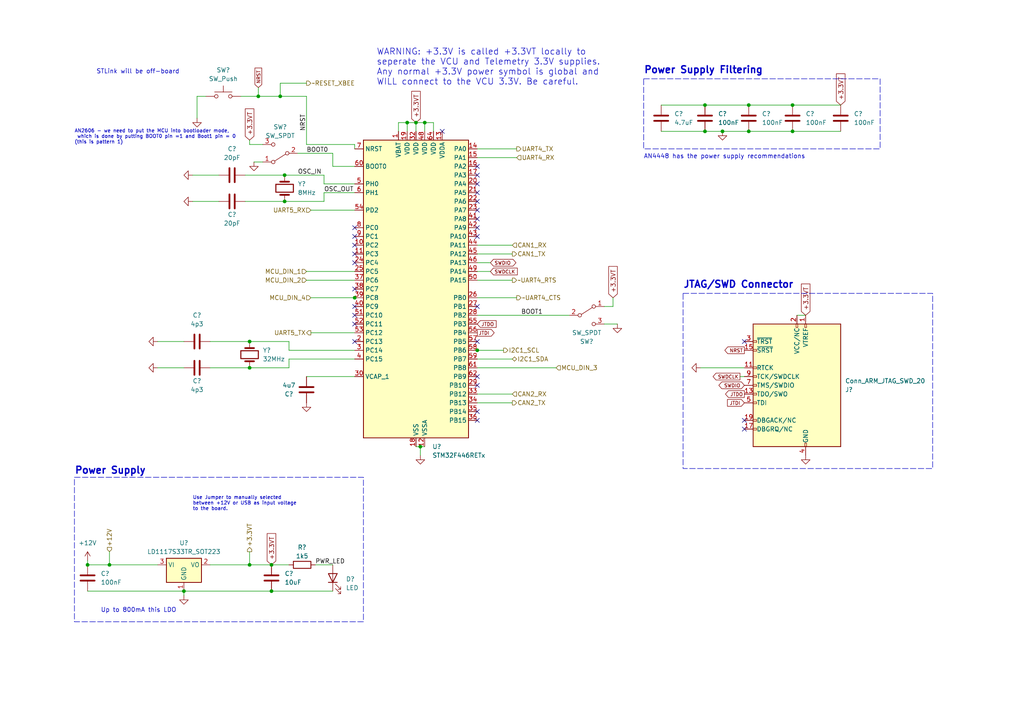
<source format=kicad_sch>
(kicad_sch (version 20230121) (generator eeschema)
  (paper "A4")
  (title_block (title "On-Car Telemetry") (date "2023-04-04") (rev "1.0.0") (company "SUFST - Southampton University Formula Student Team") (comment 1 "STAG 9") (comment 2 "Esteban Norena, Tim Brewis") (comment 3 "Tim Brewis"))
  (lib_symbols
    (symbol "Connector:Conn_ARM_JTAG_SWD_20" (pin_names (offset 1.016))
      (property "Reference" "J" (at -5.08 21.59 0))
      (property "Value" "Conn_ARM_JTAG_SWD_20" (at -5.08 19.05 0))
      (symbol "Conn_ARM_JTAG_SWD_20_0_1"
        (rectangle (start -12.7 17.78) (end 12.7 -17.78) (stroke (width 0.254)) (fill (type background)))
        (rectangle (start -2.794 -17.78) (end -2.286 -16.764))
        (rectangle (start -2.794 17.78) (end -2.286 16.764))
        (rectangle (start -0.254 17.78) (end 0.254 16.764))
        (rectangle (start 11.684 2.286) (end 12.7 2.794))
        (rectangle (start 12.7 -12.446) (end 11.684 -12.954))
        (rectangle (start 12.7 -9.906) (end 11.684 -10.414))
        (rectangle (start 12.7 -2.794) (end 11.684 -2.286))
        (rectangle (start 12.7 -0.254) (end 11.684 0.254))
        (rectangle (start 12.7 4.826) (end 11.684 5.334))
        (rectangle (start 12.7 10.414) (end 11.684 9.906))
        (rectangle (start 12.7 12.954) (end 11.684 12.446))
      )
      (symbol "Conn_ARM_JTAG_SWD_20_1_1"
        (rectangle (start 11.684 -5.334) (end 12.7 -4.826))
        (pin power_in line (at -2.54 20.32 270) (length 2.54) (name "VTREF") (number "1"))
        (pin passive line (at -2.54 -20.32 90) (length 2.54) hide (name "GND") (number "10"))
        (pin input line (at 15.24 5.08 180) (length 2.54) (name "RTCK") (number "11"))
        (pin passive line (at -2.54 -20.32 90) (length 2.54) hide (name "GND") (number "12"))
        (pin input line (at 15.24 -2.54 180) (length 2.54) (name "TDO/SWO") (number "13"))
        (pin passive line (at -2.54 -20.32 90) (length 2.54) hide (name "GND") (number "14"))
        (pin bidirectional line (at 15.24 10.16 180) (length 2.54) (name "~{SRST}") (number "15"))
        (pin passive line (at -2.54 -20.32 90) (length 2.54) hide (name "GND") (number "16"))
        (pin output line (at 15.24 -12.7 180) (length 2.54) (name "DBGRQ/NC") (number "17"))
        (pin passive line (at -2.54 -20.32 90) (length 2.54) hide (name "GND") (number "18"))
        (pin input line (at 15.24 -10.16 180) (length 2.54) (name "DBGACK/NC") (number "19"))
        (pin power_in line (at 0 20.32 270) (length 2.54) (name "VCC/NC") (number "2"))
        (pin passive line (at -2.54 -20.32 90) (length 2.54) hide (name "GND") (number "20"))
        (pin output line (at 15.24 12.7 180) (length 2.54) (name "~{TRST}") (number "3"))
        (pin power_in line (at -2.54 -20.32 90) (length 2.54) (name "GND") (number "4"))
        (pin output line (at 15.24 -5.08 180) (length 2.54) (name "TDI") (number "5"))
        (pin passive line (at -2.54 -20.32 90) (length 2.54) hide (name "GND") (number "6"))
        (pin output line (at 15.24 0 180) (length 2.54) (name "TMS/SWDIO") (number "7"))
        (pin passive line (at -2.54 -20.32 90) (length 2.54) hide (name "GND") (number "8"))
        (pin output line (at 15.24 2.54 180) (length 2.54) (name "TCK/SWDCLK") (number "9"))
      )
    )
    (symbol "Device:C" (pin_numbers hide) (pin_names (offset 0.254))
      (property "Reference" "C" (at 0.635 2.54 0))
      (property "Value" "C" (at 0.635 -2.54 0))
      (symbol "C_0_1"
        (polyline (pts (xy -2.032 -0.762) (xy 2.032 -0.762)) (stroke (width 0.508)))
        (polyline (pts (xy -2.032 0.762) (xy 2.032 0.762)) (stroke (width 0.508)))
      )
      (symbol "C_1_1"
        (pin passive line (at 0 3.81 270) (length 2.794) (name "~") (number "1"))
        (pin passive line (at 0 -3.81 90) (length 2.794) (name "~") (number "2"))
      )
    )
    (symbol "Device:Crystal" (pin_numbers hide) (pin_names (offset 1.016) hide)
      (property "Reference" "Y" (at 0 3.81 0))
      (property "Value" "Crystal" (at 0 -3.81 0))
      (symbol "Crystal_0_1"
        (rectangle (start -1.143 2.54) (end 1.143 -2.54) (stroke (width 0.3048)))
        (polyline (pts (xy -2.54 0) (xy -1.905 0)))
        (polyline (pts (xy -1.905 -1.27) (xy -1.905 1.27)) (stroke (width 0.508)))
        (polyline (pts (xy 1.905 -1.27) (xy 1.905 1.27)) (stroke (width 0.508)))
        (polyline (pts (xy 2.54 0) (xy 1.905 0)))
      )
      (symbol "Crystal_1_1"
        (pin passive line (at -3.81 0 0) (length 1.27) (name "1") (number "1"))
        (pin passive line (at 3.81 0 180) (length 1.27) (name "2") (number "2"))
      )
    )
    (symbol "Device:LED" (pin_numbers hide) (pin_names (offset 1.016) hide)
      (property "Reference" "D" (at 0 2.54 0))
      (property "Value" "LED" (at 0 -2.54 0))
      (symbol "LED_0_1"
        (polyline (pts (xy -1.27 -1.27) (xy -1.27 1.27)) (stroke (width 0.254)))
        (polyline (pts (xy -1.27 0) (xy 1.27 0)))
        (polyline (pts (xy 1.27 -1.27) (xy 1.27 1.27) (xy -1.27 0) (xy 1.27 -1.27)) (stroke (width 0.254)))
        (polyline (pts (xy -3.048 -0.762) (xy -4.572 -2.286) (xy -3.81 -2.286) (xy -4.572 -2.286) (xy -4.572 -1.524)))
        (polyline (pts (xy -1.778 -0.762) (xy -3.302 -2.286) (xy -2.54 -2.286) (xy -3.302 -2.286) (xy -3.302 -1.524)))
      )
      (symbol "LED_1_1"
        (pin passive line (at -3.81 0 0) (length 2.54) (name "K") (number "1"))
        (pin passive line (at 3.81 0 180) (length 2.54) (name "A") (number "2"))
      )
    )
    (symbol "Device:R" (pin_numbers hide) (pin_names (offset 0))
      (property "Reference" "R" (at 2.032 0 90))
      (property "Value" "R" (at 0 0 90))
      (symbol "R_0_1"
        (rectangle (start -1.016 -2.54) (end 1.016 2.54) (stroke (width 0.254)))
      )
      (symbol "R_1_1"
        (pin passive line (at 0 3.81 270) (length 1.27) (name "~") (number "1"))
        (pin passive line (at 0 -3.81 90) (length 1.27) (name "~") (number "2"))
      )
    )
    (symbol "MCU_ST_STM32F4:STM32F446RETx"
      (property "Reference" "U" (at -15.24 44.45 0))
      (property "Value" "STM32F446RETx" (at 10.16 44.45 0))
      (symbol "STM32F446RETx_0_1"
        (rectangle (start -15.24 -43.18) (end 15.24 43.18) (stroke (width 0.254)) (fill (type background)))
      )
      (symbol "STM32F446RETx_1_1"
        (pin power_in line (at -5.08 45.72 270) (length 2.54) (name "VBAT") (number "1"))
        (pin bidirectional line (at -17.78 12.7 0) (length 2.54) (name "PC2") (number "10"))
        (pin bidirectional line (at -17.78 10.16 0) (length 2.54) (name "PC3") (number "11"))
        (pin power_in line (at 2.54 -45.72 90) (length 2.54) (name "VSSA") (number "12"))
        (pin power_in line (at 7.62 45.72 270) (length 2.54) (name "VDDA") (number "13"))
        (pin bidirectional line (at 17.78 40.64 180) (length 2.54) (name "PA0") (number "14"))
        (pin bidirectional line (at 17.78 38.1 180) (length 2.54) (name "PA1") (number "15"))
        (pin bidirectional line (at 17.78 35.56 180) (length 2.54) (name "PA2") (number "16"))
        (pin bidirectional line (at 17.78 33.02 180) (length 2.54) (name "PA3") (number "17"))
        (pin power_in line (at 0 -45.72 90) (length 2.54) (name "VSS") (number "18"))
        (pin power_in line (at -2.54 45.72 270) (length 2.54) (name "VDD") (number "19"))
        (pin bidirectional line (at -17.78 -15.24 0) (length 2.54) (name "PC13") (number "2"))
        (pin bidirectional line (at 17.78 30.48 180) (length 2.54) (name "PA4") (number "20"))
        (pin bidirectional line (at 17.78 27.94 180) (length 2.54) (name "PA5") (number "21"))
        (pin bidirectional line (at 17.78 25.4 180) (length 2.54) (name "PA6") (number "22"))
        (pin bidirectional line (at 17.78 22.86 180) (length 2.54) (name "PA7") (number "23"))
        (pin bidirectional line (at -17.78 7.62 0) (length 2.54) (name "PC4") (number "24"))
        (pin bidirectional line (at -17.78 5.08 0) (length 2.54) (name "PC5") (number "25"))
        (pin bidirectional line (at 17.78 -2.54 180) (length 2.54) (name "PB0") (number "26"))
        (pin bidirectional line (at 17.78 -5.08 180) (length 2.54) (name "PB1") (number "27"))
        (pin bidirectional line (at 17.78 -7.62 180) (length 2.54) (name "PB2") (number "28"))
        (pin bidirectional line (at 17.78 -27.94 180) (length 2.54) (name "PB10") (number "29"))
        (pin bidirectional line (at -17.78 -17.78 0) (length 2.54) (name "PC14") (number "3"))
        (pin power_out line (at -17.78 -25.4 0) (length 2.54) (name "VCAP_1") (number "30"))
        (pin passive line (at 0 -45.72 90) (length 2.54) hide (name "VSS") (number "31"))
        (pin power_in line (at 0 45.72 270) (length 2.54) (name "VDD") (number "32"))
        (pin bidirectional line (at 17.78 -30.48 180) (length 2.54) (name "PB12") (number "33"))
        (pin bidirectional line (at 17.78 -33.02 180) (length 2.54) (name "PB13") (number "34"))
        (pin bidirectional line (at 17.78 -35.56 180) (length 2.54) (name "PB14") (number "35"))
        (pin bidirectional line (at 17.78 -38.1 180) (length 2.54) (name "PB15") (number "36"))
        (pin bidirectional line (at -17.78 2.54 0) (length 2.54) (name "PC6") (number "37"))
        (pin bidirectional line (at -17.78 0 0) (length 2.54) (name "PC7") (number "38"))
        (pin bidirectional line (at -17.78 -2.54 0) (length 2.54) (name "PC8") (number "39"))
        (pin bidirectional line (at -17.78 -20.32 0) (length 2.54) (name "PC15") (number "4"))
        (pin bidirectional line (at -17.78 -5.08 0) (length 2.54) (name "PC9") (number "40"))
        (pin bidirectional line (at 17.78 20.32 180) (length 2.54) (name "PA8") (number "41"))
        (pin bidirectional line (at 17.78 17.78 180) (length 2.54) (name "PA9") (number "42"))
        (pin bidirectional line (at 17.78 15.24 180) (length 2.54) (name "PA10") (number "43"))
        (pin bidirectional line (at 17.78 12.7 180) (length 2.54) (name "PA11") (number "44"))
        (pin bidirectional line (at 17.78 10.16 180) (length 2.54) (name "PA12") (number "45"))
        (pin bidirectional line (at 17.78 7.62 180) (length 2.54) (name "PA13") (number "46"))
        (pin passive line (at 0 -45.72 90) (length 2.54) hide (name "VSS") (number "47"))
        (pin power_in line (at 2.54 45.72 270) (length 2.54) (name "VDD") (number "48"))
        (pin bidirectional line (at 17.78 5.08 180) (length 2.54) (name "PA14") (number "49"))
        (pin bidirectional line (at -17.78 30.48 0) (length 2.54) (name "PH0") (number "5"))
        (pin bidirectional line (at 17.78 2.54 180) (length 2.54) (name "PA15") (number "50"))
        (pin bidirectional line (at -17.78 -7.62 0) (length 2.54) (name "PC10") (number "51"))
        (pin bidirectional line (at -17.78 -10.16 0) (length 2.54) (name "PC11") (number "52"))
        (pin bidirectional line (at -17.78 -12.7 0) (length 2.54) (name "PC12") (number "53"))
        (pin bidirectional line (at -17.78 22.86 0) (length 2.54) (name "PD2") (number "54"))
        (pin bidirectional line (at 17.78 -10.16 180) (length 2.54) (name "PB3") (number "55"))
        (pin bidirectional line (at 17.78 -12.7 180) (length 2.54) (name "PB4") (number "56"))
        (pin bidirectional line (at 17.78 -15.24 180) (length 2.54) (name "PB5") (number "57"))
        (pin bidirectional line (at 17.78 -17.78 180) (length 2.54) (name "PB6") (number "58"))
        (pin bidirectional line (at 17.78 -20.32 180) (length 2.54) (name "PB7") (number "59"))
        (pin bidirectional line (at -17.78 27.94 0) (length 2.54) (name "PH1") (number "6"))
        (pin input line (at -17.78 35.56 0) (length 2.54) (name "BOOT0") (number "60"))
        (pin bidirectional line (at 17.78 -22.86 180) (length 2.54) (name "PB8") (number "61"))
        (pin bidirectional line (at 17.78 -25.4 180) (length 2.54) (name "PB9") (number "62"))
        (pin passive line (at 0 -45.72 90) (length 2.54) hide (name "VSS") (number "63"))
        (pin power_in line (at 5.08 45.72 270) (length 2.54) (name "VDD") (number "64"))
        (pin input line (at -17.78 40.64 0) (length 2.54) (name "NRST") (number "7"))
        (pin bidirectional line (at -17.78 17.78 0) (length 2.54) (name "PC0") (number "8"))
        (pin bidirectional line (at -17.78 15.24 0) (length 2.54) (name "PC1") (number "9"))
      )
    )
    (symbol "Regulator_Linear:LD1117S33TR_SOT223"
      (property "Reference" "U" (at -3.81 3.175 0))
      (property "Value" "LD1117S33TR_SOT223" (at 0 3.175 0))
      (symbol "LD1117S33TR_SOT223_0_1"
        (rectangle (start -5.08 -5.08) (end 5.08 1.905) (stroke (width 0.254)) (fill (type background)))
      )
      (symbol "LD1117S33TR_SOT223_1_1"
        (pin power_in line (at 0 -7.62 90) (length 2.54) (name "GND") (number "1"))
        (pin power_out line (at 7.62 0 180) (length 2.54) (name "VO") (number "2"))
        (pin power_in line (at -7.62 0 0) (length 2.54) (name "VI") (number "3"))
      )
    )
    (symbol "Switch:SW_Push" (pin_numbers hide) (pin_names (offset 1.016) hide)
      (property "Reference" "SW" (at 1.27 2.54 0))
      (property "Value" "SW_Push" (at 0 -1.524 0))
      (symbol "SW_Push_0_1"
        (circle (center -2.032 0) (radius 0.508))
        (polyline (pts (xy 0 1.27) (xy 0 3.048)))
        (polyline (pts (xy 2.54 1.27) (xy -2.54 1.27)))
        (circle (center 2.032 0) (radius 0.508))
        (pin passive line (at -5.08 0 0) (length 2.54) (name "1") (number "1"))
        (pin passive line (at 5.08 0 180) (length 2.54) (name "2") (number "2"))
      )
    )
    (symbol "Switch:SW_SPDT" (pin_names (offset 0) hide)
      (property "Reference" "SW" (at 0 4.318 0))
      (property "Value" "SW_SPDT" (at 0 -5.08 0))
      (symbol "SW_SPDT_0_0"
        (circle (center -2.032 0) (radius 0.508))
        (circle (center 2.032 -2.54) (radius 0.508))
      )
      (symbol "SW_SPDT_0_1"
        (polyline (pts (xy -1.524 0.254) (xy 1.651 2.286)))
        (circle (center 2.032 2.54) (radius 0.508))
      )
      (symbol "SW_SPDT_1_1"
        (pin passive line (at 5.08 2.54 180) (length 2.54) (name "A") (number "1"))
        (pin passive line (at -5.08 0 0) (length 2.54) (name "B") (number "2"))
        (pin passive line (at 5.08 -2.54 180) (length 2.54) (name "C") (number "3"))
      )
    )
    (symbol "power:+12V" (power) (pin_names (offset 0))
      (property "Value" "+12V" (at 0 3.556 0))
      (symbol "+12V_0_1"
        (polyline (pts (xy -0.762 1.27) (xy 0 2.54)))
        (polyline (pts (xy 0 0) (xy 0 2.54)))
        (polyline (pts (xy 0 2.54) (xy 0.762 1.27)))
      )
      (symbol "+12V_1_1"
        (pin power_in line (at 0 0 90) (length 0) hide (name "+12V") (number "1"))
      )
    )
    (symbol "power:GND" (power) (pin_names (offset 0))
      (property "Value" "GND" (at 0 -3.81 0))
      (symbol "GND_0_1"
        (polyline (pts (xy 0 0) (xy 0 -1.27) (xy 1.27 -1.27) (xy 0 -2.54) (xy -1.27 -1.27) (xy 0 -1.27)))
      )
      (symbol "GND_1_1"
        (pin power_in line (at 0 0 270) (length 0) hide (name "GND") (number "1"))
      )
    )
  )
  (junction (at 121.92 129.54))
  (junction (at 229.87 38.1))
  (junction (at 72.39 163.83))
  (junction (at 217.17 30.48))
  (junction (at 72.39 99.06))
  (junction (at 120.65 35.56))
  (junction (at 78.74 171.45))
  (junction (at 82.55 58.42))
  (junction (at 123.19 35.56))
  (junction (at 209.55 38.1))
  (junction (at 81.28 27.94))
  (junction (at 72.39 106.68))
  (junction (at 53.34 171.45))
  (junction (at 82.55 50.8))
  (junction (at 204.47 38.1))
  (junction (at 138.43 101.6))
  (junction (at 118.11 35.56))
  (junction (at 25.4 163.83))
  (junction (at 74.93 27.94))
  (junction (at 204.47 30.48))
  (junction (at 102.87 86.36))
  (junction (at 31.75 163.83))
  (junction (at 217.17 38.1))
  (junction (at 78.74 163.83))
  (junction (at 229.87 30.48))
  (no_connect (at 138.43 53.34))
  (no_connect (at 138.43 68.58))
  (no_connect (at 102.87 66.04))
  (no_connect (at 138.43 66.04))
  (no_connect (at 215.9 121.92))
  (no_connect (at 138.43 60.96))
  (no_connect (at 138.43 55.88))
  (no_connect (at 138.43 111.76))
  (no_connect (at 138.43 119.38))
  (no_connect (at 102.87 76.2))
  (no_connect (at 215.9 99.06))
  (no_connect (at 138.43 63.5))
  (no_connect (at 138.43 121.92))
  (no_connect (at 102.87 99.06))
  (no_connect (at 138.43 109.22))
  (no_connect (at 138.43 88.9))
  (no_connect (at 102.87 73.66))
  (no_connect (at 102.87 68.58))
  (no_connect (at 138.43 58.42))
  (no_connect (at 215.9 124.46))
  (no_connect (at 102.87 93.98))
  (no_connect (at 138.43 50.8))
  (no_connect (at 102.87 91.44))
  (no_connect (at 138.43 99.06))
  (no_connect (at 102.87 83.82))
  (no_connect (at 138.43 48.26))
  (no_connect (at 102.87 88.9))
  (no_connect (at 102.87 71.12))
  (no_connect (at 128.27 38.1))
  (wire (pts (xy 138.43 106.68) (xy 161.29 106.68)))
  (wire (pts (xy 175.26 88.9) (xy 177.8 88.9)))
  (wire (pts (xy 146.05 101.6) (xy 138.43 101.6)))
  (wire (pts (xy 31.75 163.83) (xy 45.72 163.83)))
  (wire (pts (xy 138.43 114.3) (xy 148.59 114.3)))
  (wire (pts (xy 78.74 171.45) (xy 96.52 171.45)))
  (wire (pts (xy 88.9 27.94) (xy 88.9 41.91)))
  (wire (pts (xy 204.47 38.1) (xy 209.55 38.1)))
  (wire (pts (xy 60.96 106.68) (xy 72.39 106.68)))
  (wire (pts (xy 120.65 35.56) (xy 118.11 35.56)))
  (wire (pts (xy 83.82 104.14) (xy 102.87 104.14)))
  (wire (pts (xy 88.9 109.22) (xy 102.87 109.22)))
  (wire (pts (xy 74.93 25.4) (xy 74.93 27.94)))
  (wire (pts (xy 83.82 99.06) (xy 72.39 99.06)))
  (wire (pts (xy 217.17 38.1) (xy 229.87 38.1)))
  (wire (pts (xy 72.39 106.68) (xy 83.82 106.68)))
  (wire (pts (xy 125.73 35.56) (xy 123.19 35.56)))
  (wire (pts (xy 83.82 101.6) (xy 102.87 101.6)))
  (wire (pts (xy 203.2 106.68) (xy 215.9 106.68)))
  (wire (pts (xy 104.14 86.36) (xy 102.87 86.36)))
  (wire (pts (xy 191.77 30.48) (xy 204.47 30.48)))
  (wire (pts (xy 73.66 46.99) (xy 76.2 46.99)))
  (wire (pts (xy 229.87 30.48) (xy 243.84 30.48)))
  (wire (pts (xy 83.82 101.6) (xy 83.82 99.06)))
  (wire (pts (xy 31.75 160.02) (xy 31.75 163.83)))
  (wire (pts (xy 55.88 50.8) (xy 63.5 50.8)))
  (wire (pts (xy 229.87 38.1) (xy 243.84 38.1)))
  (wire (pts (xy 175.26 93.98) (xy 179.07 93.98)))
  (wire (pts (xy 45.72 99.06) (xy 53.34 99.06)))
  (wire (pts (xy 121.92 129.54) (xy 121.92 132.08)))
  (wire (pts (xy 123.19 35.56) (xy 120.65 35.56)))
  (wire (pts (xy 102.87 55.88) (xy 93.98 55.88)))
  (wire (pts (xy 90.17 96.52) (xy 102.87 96.52)))
  (wire (pts (xy 102.87 81.28) (xy 88.9 81.28)))
  (wire (pts (xy 53.34 171.45) (xy 78.74 171.45)))
  (wire (pts (xy 96.52 48.26) (xy 102.87 48.26)))
  (wire (pts (xy 138.43 43.18) (xy 149.86 43.18)))
  (wire (pts (xy 71.12 50.8) (xy 82.55 50.8)))
  (wire (pts (xy 138.43 76.2) (xy 142.24 76.2)))
  (wire (pts (xy 81.28 24.13) (xy 88.9 24.13)))
  (wire (pts (xy 55.88 58.42) (xy 63.5 58.42)))
  (wire (pts (xy 72.39 40.64) (xy 72.39 41.91)))
  (wire (pts (xy 120.65 129.54) (xy 121.92 129.54)))
  (wire (pts (xy 138.43 71.12) (xy 148.59 71.12)))
  (wire (pts (xy 81.28 27.94) (xy 81.28 24.13)))
  (wire (pts (xy 72.39 163.83) (xy 78.74 163.83)))
  (wire (pts (xy 93.98 55.88) (xy 93.98 58.42)))
  (wire (pts (xy 118.11 35.56) (xy 115.57 35.56)))
  (wire (pts (xy 25.4 171.45) (xy 53.34 171.45)))
  (wire (pts (xy 138.43 116.84) (xy 148.59 116.84)))
  (wire (pts (xy 60.96 163.83) (xy 72.39 163.83)))
  (wire (pts (xy 102.87 53.34) (xy 93.98 53.34)))
  (wire (pts (xy 102.87 41.91) (xy 102.87 43.18)))
  (wire (pts (xy 138.43 78.74) (xy 142.24 78.74)))
  (wire (pts (xy 115.57 35.56) (xy 115.57 38.1)))
  (wire (pts (xy 93.98 53.34) (xy 93.98 50.8)))
  (wire (pts (xy 148.59 104.14) (xy 138.43 104.14)))
  (wire (pts (xy 118.11 35.56) (xy 118.11 38.1)))
  (wire (pts (xy 91.44 163.83) (xy 96.52 163.83)))
  (wire (pts (xy 177.8 86.36) (xy 177.8 88.9)))
  (wire (pts (xy 191.77 38.1) (xy 204.47 38.1)))
  (wire (pts (xy 148.59 81.28) (xy 138.43 81.28)))
  (wire (pts (xy 93.98 50.8) (xy 82.55 50.8)))
  (wire (pts (xy 102.87 60.96) (xy 90.17 60.96)))
  (wire (pts (xy 86.36 44.45) (xy 96.52 44.45)))
  (wire (pts (xy 138.43 91.44) (xy 165.1 91.44)))
  (wire (pts (xy 209.55 38.1) (xy 217.17 38.1)))
  (wire (pts (xy 57.15 34.29) (xy 57.15 27.94)))
  (wire (pts (xy 120.65 35.56) (xy 120.65 38.1)))
  (wire (pts (xy 74.93 27.94) (xy 81.28 27.94)))
  (wire (pts (xy 138.43 73.66) (xy 148.59 73.66)))
  (wire (pts (xy 53.34 172.72) (xy 53.34 171.45)))
  (wire (pts (xy 81.28 27.94) (xy 88.9 27.94)))
  (wire (pts (xy 45.72 106.68) (xy 53.34 106.68)))
  (wire (pts (xy 102.87 78.74) (xy 88.9 78.74)))
  (wire (pts (xy 76.2 41.91) (xy 72.39 41.91)))
  (wire (pts (xy 72.39 160.02) (xy 72.39 163.83)))
  (wire (pts (xy 125.73 38.1) (xy 125.73 35.56)))
  (wire (pts (xy 214.63 109.22) (xy 215.9 109.22)))
  (wire (pts (xy 88.9 41.91) (xy 102.87 41.91)))
  (wire (pts (xy 138.43 86.36) (xy 149.86 86.36)))
  (wire (pts (xy 60.96 99.06) (xy 72.39 99.06)))
  (wire (pts (xy 217.17 30.48) (xy 229.87 30.48)))
  (wire (pts (xy 82.55 58.42) (xy 93.98 58.42)))
  (wire (pts (xy 78.74 163.83) (xy 83.82 163.83)))
  (wire (pts (xy 57.15 27.94) (xy 59.69 27.94)))
  (wire (pts (xy 102.87 86.36) (xy 90.17 86.36)))
  (wire (pts (xy 138.43 45.72) (xy 149.86 45.72)))
  (wire (pts (xy 25.4 162.56) (xy 25.4 163.83)))
  (wire (pts (xy 25.4 163.83) (xy 31.75 163.83)))
  (wire (pts (xy 121.92 129.54) (xy 123.19 129.54)))
  (wire (pts (xy 123.19 35.56) (xy 123.19 38.1)))
  (wire (pts (xy 71.12 58.42) (xy 82.55 58.42)))
  (wire (pts (xy 96.52 44.45) (xy 96.52 48.26)))
  (wire (pts (xy 204.47 30.48) (xy 217.17 30.48)))
  (wire (pts (xy 69.85 27.94) (xy 74.93 27.94)))
  (wire (pts (xy 83.82 104.14) (xy 83.82 106.68)))
  (wire (pts (xy 138.43 101.6) (xy 137.16 101.6)))
  (wire (pts (xy 231.14 91.44) (xy 233.68 91.44)))
  (rectangle (start 186.69 22.86) (end 255.27 43.18) (stroke (width 0) (type dash)))
  (rectangle (start 21.59 138.43) (end 105.41 180.34) (stroke (width 0) (type dash)))
  (rectangle (start 198.12 85.09) (end 270.51 135.89) (stroke (width 0) (type dash)))
  (text "Power Supply \n\n" (at 21.59 140.97 0) (effects (font (size 2 2) (thickness 0.4) bold) (justify left bottom)))
  (text "Use Jumper to manually selected \nbetween +12V or USB as input voltage\nto the board.\n\n" (at 55.88 149.86 0) (effects (font (size 1 1)) (justify left bottom)))
  (text "STLink will be off-board\n" (at 27.94 21.59 0) (effects (font (size 1.27 1.27)) (justify left bottom)))
  (text "AN2606 - we need to put the MCU into bootloader mode,\n which is done by putting BOOT0 pin =1 and Boot1 pin = 0 \n(this is pattern 1)" (at 21.59 41.91 0) (effects (font (size 1 1)) (justify left bottom)))
  (text "WARNING: +3.3V is called +3.3VT locally to\nseperate the VCU and Telemetry 3.3V supplies.\nAny normal +3.3V power symbol is global and \nWILL connect to the VCU 3.3V. Be careful." (at 109.22 24.892 0) (effects (font (size 1.8 1.8)) (justify left bottom)))
  (text "JTAG/SWD Connector\n" (at 198.12 83.82 0) (effects (font (size 2 2) (thickness 0.4) bold) (justify left bottom)))
  (text "Up to 800mA this LDO\n" (at 29.21 177.8 0) (effects (font (size 1.27 1.27)) (justify left bottom)))
  (text "AN4448 has the power supply recommendations\n\n" (at 186.69 48.26 0) (effects (font (size 1.27 1.27)) (justify left bottom)))
  (text "Power Supply Filtering\n" (at 186.69 21.59 0) (effects (font (size 2 2) (thickness 0.4) bold) (justify left bottom)))
  (label "NRST" (at 88.9 33.02 270))
  (label "OSC_IN" (at 86.36 50.8 0))
  (label "OSC_OUT" (at 93.98 55.88 0))
  (label "BOOT0" (at 88.9 44.45 0))
  (label "PWR_LED" (at 91.44 163.83 0))
  (label "BOOT1" (at 151.13 91.44 0))
  (global_label "JTDO" (shape output) (at 215.9 114.3 180) (effects (font (size 1 1))) (property "Intersheetrefs" "${INTERSHEET_REFS}" (effects hide)))
  (global_label "NRST" (shape output) (at 215.9 101.6 180) (effects (font (size 1 1))) (property "Intersheetrefs" "${INTERSHEET_REFS}" (effects hide)))
  (global_label "+3.3VT" (shape input) (at 72.39 40.64 90) (property "Intersheetrefs" "${INTERSHEET_REFS}" (effects hide)))
  (global_label "+3.3VT" (shape input) (at 243.84 30.48 90) (property "Intersheetrefs" "${INTERSHEET_REFS}" (effects hide)))
  (global_label "+3.3VT" (shape input) (at 120.65 35.56 90) (property "Intersheetrefs" "${INTERSHEET_REFS}" (effects hide)))
  (global_label "+3.3VT" (shape input) (at 78.74 163.83 90) (property "Intersheetrefs" "${INTERSHEET_REFS}" (effects hide)))
  (global_label "JTDO" (shape input) (at 138.43 93.98 0) (effects (font (size 1 1))) (property "Intersheetrefs" "${INTERSHEET_REFS}" (effects hide)))
  (global_label "NRST" (shape input) (at 74.93 25.4 90) (effects (font (size 1 1))) (property "Intersheetrefs" "${INTERSHEET_REFS}" (effects hide)))
  (global_label "+3.3VT" (shape input) (at 233.68 91.44 90) (property "Intersheetrefs" "${INTERSHEET_REFS}" (effects hide)))
  (global_label "SWDCLK" (shape input) (at 142.24 78.74 0) (effects (font (size 1 1))) (property "Intersheetrefs" "${INTERSHEET_REFS}" (effects hide)))
  (global_label "SWDCLK" (shape output) (at 214.63 109.22 180) (effects (font (size 1 1))) (property "Intersheetrefs" "${INTERSHEET_REFS}" (effects hide)))
  (global_label "+3.3VT" (shape input) (at 177.8 86.36 90) (property "Intersheetrefs" "${INTERSHEET_REFS}" (effects hide)))
  (global_label "JTDI" (shape output) (at 138.43 96.52 0) (effects (font (size 1 1))) (property "Intersheetrefs" "${INTERSHEET_REFS}" (effects hide)))
  (global_label "SWDIO" (shape bidirectional) (at 142.24 76.2 0) (effects (font (size 1 1))) (property "Intersheetrefs" "${INTERSHEET_REFS}" (effects hide)))
  (global_label "JTDI" (shape input) (at 215.9 116.84 180) (effects (font (size 1 1))) (property "Intersheetrefs" "${INTERSHEET_REFS}" (effects hide)))
  (global_label "SWDIO" (shape bidirectional) (at 215.9 111.76 180) (effects (font (size 1 1))) (property "Intersheetrefs" "${INTERSHEET_REFS}" (effects hide)))
  (hierarchical_label "MCU_DIN_1" (shape input) (at 88.9 78.74 180))
  (hierarchical_label "CAN1_RX" (shape input) (at 148.59 71.12 0))
  (hierarchical_label "UART5_RX" (shape input) (at 90.17 60.96 180))
  (hierarchical_label "CAN1_TX" (shape output) (at 148.59 73.66 0))
  (hierarchical_label "+3.3VT" (shape output) (at 72.39 160.02 90))
  (hierarchical_label "MCU_DIN_4" (shape input) (at 90.17 86.36 180))
  (hierarchical_label "I2C1_SDA" (shape bidirectional) (at 148.59 104.14 0))
  (hierarchical_label "+12V" (shape input) (at 31.75 160.02 90))
  (hierarchical_label "UART4_RX" (shape input) (at 149.86 45.72 0))
  (hierarchical_label "~RESET_XBEE" (shape output) (at 88.9 24.13 0))
  (hierarchical_label "~UART4_CTS" (shape output) (at 149.86 86.36 0))
  (hierarchical_label "MCU_DIN_2" (shape input) (at 88.9 81.28 180))
  (hierarchical_label "~UART4_RTS" (shape output) (at 148.59 81.28 0))
  (hierarchical_label "CAN2_RX" (shape input) (at 148.59 114.3 0))
  (hierarchical_label "I2C1_SCL" (shape output) (at 146.05 101.6 0))
  (hierarchical_label "CAN2_TX" (shape output) (at 148.59 116.84 0))
  (hierarchical_label "UART5_TX" (shape output) (at 90.17 96.52 180))
  (hierarchical_label "MCU_DIN_3" (shape input) (at 161.29 106.68 0))
  (hierarchical_label "UART4_TX" (shape output) (at 149.86 43.18 0))
  (symbol (lib_id "Device:C") (at 204.47 34.29 0) (unit 1)
    (property "Reference" "C?" (at 208.28 33.02 0) (effects (justify left)))
    (property "Value" "100nF" (at 208.28 35.56 0) (effects (justify left)))
    (property "Footprint" "Capacitor_SMD:C_0805_2012Metric_Pad1.18x1.45mm_HandSolder" (effects hide))
    (instances (project "telemetry" (path "" (reference "C?") (unit 1))) (project "vcu" (path "" (reference "C49") (unit 1))))
  )
  (symbol (lib_id "Device:C") (at 25.4 167.64 180) (unit 1)
    (property "Reference" "C?" (at 29.21 166.37 0) (effects (justify right)))
    (property "Value" "100nF" (at 29.21 168.91 0) (effects (justify right)))
    (property "Footprint" "Capacitor_SMD:C_0805_2012Metric_Pad1.18x1.45mm_HandSolder" (effects hide))
    (instances (project "telemetry" (path "" (reference "C?") (unit 1))) (project "vcu" (path "" (reference "C41") (unit 1))))
  )
  (symbol (lib_id "Device:C") (at 229.87 34.29 0) (unit 1)
    (property "Reference" "C?" (at 233.68 33.02 0) (effects (justify left)))
    (property "Value" "100nF" (at 233.68 35.56 0) (effects (justify left)))
    (property "Footprint" "Capacitor_SMD:C_0805_2012Metric_Pad1.18x1.45mm_HandSolder" (effects hide))
    (instances (project "telemetry" (path "" (reference "C?") (unit 1))) (project "vcu" (path "" (reference "C51") (unit 1))))
  )
  (symbol (lib_id "power:GND") (at 209.55 38.1 0) (unit 1)
    (property "Reference" "#PWR?" (effects hide))
    (property "Value" "GND" (effects hide))
    (instances (project "telemetry" (path "" (reference "#PWR?") (unit 1))) (project "vcu" (path "" (reference "#PWR0144") (unit 1))))
  )
  (symbol (lib_id "power:GND") (at 233.68 132.08 0) (unit 1)
    (property "Reference" "#PWR?" (effects hide))
    (property "Value" "GND" (effects hide))
    (instances (project "telemetry" (path "" (reference "#PWR?") (unit 1))) (project "vcu" (path "" (reference "#PWR0146") (unit 1))))
  )
  (symbol (lib_id "power:GND") (at 57.15 34.29 0) (unit 1)
    (property "Reference" "#PWR?" (effects hide))
    (property "Value" "GND" (effects hide))
    (instances (project "telemetry" (path "" (reference "#PWR?") (unit 1))) (project "vcu" (path "" (reference "#PWR0134") (unit 1))))
  )
  (symbol (lib_id "Switch:SW_SPDT") (at 81.28 44.45 180) (unit 1)
    (property "Reference" "SW?" (at 81.28 36.83 0))
    (property "Value" "SW_SPDT" (at 81.28 39.37 0))
    (property "Footprint" "Button_Switch_THT:SW_Slide_1P2T_CK_OS102011MS2Q" (effects hide))
    (instances (project "telemetry" (path "" (reference "SW?") (unit 1))) (project "vcu" (path "" (reference "SW4") (unit 1))))
  )
  (symbol (lib_id "Switch:SW_Push") (at 64.77 27.94 0) (unit 1)
    (property "Reference" "SW?" (at 64.77 20.32 0))
    (property "Value" "SW_Push" (at 64.77 22.86 0))
    (property "Footprint" "Button_Switch_THT:SW_PUSH_6mm" (effects hide))
    (instances (project "telemetry" (path "" (reference "SW?") (unit 1))) (project "vcu" (path "" (reference "SW3") (unit 1))))
  )
  (symbol (lib_id "Device:C") (at 217.17 34.29 0) (unit 1)
    (property "Reference" "C?" (at 220.98 33.02 0) (effects (justify left)))
    (property "Value" "100nF" (at 220.98 35.56 0) (effects (justify left)))
    (property "Footprint" "Capacitor_SMD:C_0805_2012Metric_Pad1.18x1.45mm_HandSolder" (effects hide))
    (instances (project "telemetry" (path "" (reference "C?") (unit 1))) (project "vcu" (path "" (reference "C50") (unit 1))))
  )
  (symbol (lib_id "Device:C") (at 67.31 50.8 90) (unit 1)
    (property "Reference" "C?" (at 67.31 43.18 90))
    (property "Value" "20pF" (at 67.31 45.72 90))
    (property "Footprint" "Capacitor_SMD:C_0805_2012Metric_Pad1.18x1.45mm_HandSolder" (effects hide))
    (instances (project "telemetry" (path "" (reference "C?") (unit 1))) (project "vcu" (path "" (reference "C44") (unit 1))))
  )
  (symbol (lib_id "power:GND") (at 73.66 46.99 0) (unit 1)
    (property "Reference" "#PWR?" (effects hide))
    (property "Value" "GND" (effects hide))
    (instances (project "telemetry" (path "" (reference "#PWR?") (unit 1))) (project "vcu" (path "" (reference "#PWR0136") (unit 1))))
  )
  (symbol (lib_id "power:GND") (at 203.2 106.68 270) (unit 1)
    (property "Reference" "#PWR?" (effects hide))
    (property "Value" "GND" (effects hide))
    (instances (project "telemetry" (path "" (reference "#PWR?") (unit 1))) (project "vcu" (path "" (reference "#PWR0143") (unit 1))))
  )
  (symbol (lib_id "power:GND") (at 88.9 116.84 0) (unit 1)
    (property "Reference" "#PWR?" (effects hide))
    (property "Value" "GND" (effects hide))
    (instances (project "telemetry" (path "" (reference "#PWR?") (unit 1))) (project "vcu" (path "" (reference "#PWR0138") (unit 1))))
  )
  (symbol (lib_id "power:GND") (at 55.88 58.42 270) (unit 1)
    (property "Reference" "#PWR?" (effects hide))
    (property "Value" "GND" (effects hide))
    (instances (project "telemetry" (path "" (reference "#PWR?") (unit 1))) (project "vcu" (path "" (reference "#PWR0133") (unit 1))))
  )
  (symbol (lib_id "power:GND") (at 55.88 50.8 270) (unit 1)
    (property "Reference" "#PWR?" (effects hide))
    (property "Value" "GND" (effects hide))
    (instances (project "telemetry" (path "" (reference "#PWR?") (unit 1))) (project "vcu" (path "" (reference "#PWR0132") (unit 1))))
  )
  (symbol (lib_id "Device:C") (at 57.15 99.06 90) (unit 1)
    (property "Reference" "C?" (at 57.15 91.44 90))
    (property "Value" "4p3" (at 57.15 93.98 90))
    (property "Footprint" "Capacitor_SMD:C_0805_2012Metric_Pad1.18x1.45mm_HandSolder" (effects hide))
    (instances (project "telemetry" (path "" (reference "C?") (unit 1))) (project "vcu" (path "" (reference "C42") (unit 1))))
  )
  (symbol (lib_id "Device:Crystal") (at 82.55 54.61 270) (unit 1)
    (property "Reference" "Y?" (at 86.36 53.34 90) (effects (justify left)))
    (property "Value" "8MHz" (at 86.36 55.88 90) (effects (justify left)))
    (property "Footprint" "Crystal:Crystal_HC49-U_Vertical" (effects hide))
    (instances (project "telemetry" (path "" (reference "Y?") (unit 1))) (project "vcu" (path "" (reference "Y3") (unit 1))))
  )
  (symbol (lib_id "Device:C") (at 78.74 167.64 180) (unit 1)
    (property "Reference" "C?" (at 82.55 166.37 0) (effects (justify right)))
    (property "Value" "10uF" (at 82.55 168.91 0) (effects (justify right)))
    (property "Footprint" "Capacitor_SMD:C_1210_3225Metric_Pad1.33x2.70mm_HandSolder" (effects hide))
    (instances (project "telemetry" (path "" (reference "C?") (unit 1))) (project "vcu" (path "" (reference "C46") (unit 1))))
  )
  (symbol (lib_id "Device:C") (at 191.77 34.29 0) (unit 1)
    (property "Reference" "C?" (at 195.58 33.02 0) (effects (justify left)))
    (property "Value" "4.7uF" (at 195.58 35.56 0) (effects (justify left)))
    (property "Footprint" "Capacitor_SMD:C_0805_2012Metric_Pad1.18x1.45mm_HandSolder" (effects hide))
    (instances (project "telemetry" (path "" (reference "C?") (unit 1))) (project "vcu" (path "" (reference "C48") (unit 1))))
  )
  (symbol (lib_id "power:GND") (at 53.34 172.72 0) (unit 1)
    (property "Reference" "#PWR?" (effects hide))
    (property "Value" "GND" (effects hide))
    (instances (project "telemetry" (path "" (reference "#PWR?") (unit 1))) (project "vcu" (path "" (reference "#PWR0131") (unit 1))))
  )
  (symbol (lib_id "Device:C") (at 67.31 58.42 90) (unit 1)
    (property "Reference" "C?" (at 67.31 62.23 90))
    (property "Value" "20pF" (at 67.31 64.77 90))
    (property "Footprint" "Capacitor_SMD:C_0805_2012Metric_Pad1.18x1.45mm_HandSolder" (effects hide))
    (instances (project "telemetry" (path "" (reference "C?") (unit 1))) (project "vcu" (path "" (reference "C45") (unit 1))))
  )
  (symbol (lib_id "power:GND") (at 45.72 106.68 270) (unit 1)
    (property "Reference" "#PWR?" (effects hide))
    (property "Value" "GND" (effects hide))
    (instances (project "telemetry" (path "" (reference "#PWR?") (unit 1))) (project "vcu" (path "" (reference "#PWR0130") (unit 1))))
  )
  (symbol (lib_id "power:GND") (at 121.92 132.08 0) (unit 1)
    (property "Reference" "#PWR?" (effects hide))
    (property "Value" "GND" (effects hide))
    (instances (project "telemetry" (path "" (reference "#PWR?") (unit 1))) (project "vcu" (path "" (reference "#PWR0140") (unit 1))))
  )
  (symbol (lib_id "power:GND") (at 45.72 99.06 270) (unit 1)
    (property "Reference" "#PWR?" (effects hide))
    (property "Value" "GND" (effects hide))
    (instances (project "telemetry" (path "" (reference "#PWR?") (unit 1))) (project "vcu" (path "" (reference "#PWR0129") (unit 1))))
  )
  (symbol (lib_id "Device:Crystal") (at 72.39 102.87 270) (unit 1)
    (property "Reference" "Y?" (at 76.2 101.6 90) (effects (justify left)))
    (property "Value" "32MHz" (at 76.2 104.14 90) (effects (justify left)))
    (property "Footprint" "Crystal:Crystal_HC49-U_Vertical" (effects hide))
    (instances (project "telemetry" (path "" (reference "Y?") (unit 1))) (project "vcu" (path "" (reference "Y2") (unit 1))))
  )
  (symbol (lib_id "Device:C") (at 88.9 113.03 0) (unit 1)
    (property "Reference" "C?" (at 83.82 114.3 0))
    (property "Value" "4u7" (at 83.82 111.76 0))
    (property "Footprint" "Capacitor_SMD:C_1210_3225Metric_Pad1.33x2.70mm_HandSolder" (effects hide))
    (instances (project "telemetry" (path "" (reference "C?") (unit 1))) (project "vcu" (path "" (reference "C47") (unit 1))))
  )
  (symbol (lib_id "Device:C") (at 243.84 34.29 0) (unit 1)
    (property "Reference" "C?" (at 247.65 33.02 0) (effects (justify left)))
    (property "Value" "100nF" (at 247.65 35.56 0) (effects (justify left)))
    (property "Footprint" "Capacitor_SMD:C_0805_2012Metric_Pad1.18x1.45mm_HandSolder" (effects hide))
    (instances (project "telemetry" (path "" (reference "C?") (unit 1))) (project "vcu" (path "" (reference "C52") (unit 1))))
  )
  (symbol (lib_id "Device:LED") (at 96.52 167.64 90) (unit 1)
    (property "Reference" "D?" (at 100.33 167.9575 90) (effects (justify right)))
    (property "Value" "LED" (at 100.33 170.4975 90) (effects (justify right)))
    (property "Footprint" "LED_SMD:LED_0805_2012Metric_Pad1.15x1.40mm_HandSolder" (effects hide))
    (instances (project "telemetry" (path "" (reference "D?") (unit 1))) (project "vcu" (path "" (reference "D8") (unit 1))))
  )
  (symbol (lib_id "Regulator_Linear:LD1117S33TR_SOT223") (at 53.34 163.83 0) (unit 1)
    (property "Reference" "U?" (at 53.34 157.48 0))
    (property "Value" "LD1117S33TR_SOT223" (at 53.34 160.02 0))
    (property "Footprint" "Package_TO_SOT_SMD:SOT-223-3_TabPin2" (effects hide))
    (property "Datasheet" "http://www.st.com/st-web-ui/static/active/en/resource/technical/document/datasheet/CD00000544.pdf" (effects hide))
    (instances (project "telemetry" (path "" (reference "U?") (unit 1))) (project "vcu" (path "" (reference "U16") (unit 1))))
  )
  (symbol (lib_id "power:+12V") (at 25.4 162.56 0) (unit 1)
    (property "Reference" "#PWR?" (effects hide))
    (property "Value" "+12V" (at 25.4 157.48 0))
    (instances (project "telemetry" (path "" (reference "#PWR?") (unit 1))) (project "vcu" (path "" (reference "#PWR0128") (unit 1))))
  )
  (symbol (lib_id "Switch:SW_SPDT") (at 170.18 91.44 0) (unit 1)
    (property "Reference" "SW?" (at 170.18 99.06 0))
    (property "Value" "SW_SPDT" (at 170.18 96.52 0))
    (property "Footprint" "Button_Switch_THT:SW_Slide_1P2T_CK_OS102011MS2Q" (effects hide))
    (instances (project "telemetry" (path "" (reference "SW?") (unit 1))) (project "vcu" (path "" (reference "SW5") (unit 1))))
  )
  (symbol (lib_id "Device:C") (at 57.15 106.68 90) (unit 1)
    (property "Reference" "C?" (at 57.15 110.49 90))
    (property "Value" "4p3" (at 57.15 113.03 90))
    (property "Footprint" "Capacitor_SMD:C_0805_2012Metric_Pad1.18x1.45mm_HandSolder" (effects hide))
    (instances (project "telemetry" (path "" (reference "C?") (unit 1))) (project "vcu" (path "" (reference "C43") (unit 1))))
  )
  (symbol (lib_id "Connector:Conn_ARM_JTAG_SWD_20") (at 231.14 111.76 0) (mirror y) (unit 1)
    (property "Reference" "J?" (at 245.11 113.03 0) (effects (justify right)))
    (property "Value" "Conn_ARM_JTAG_SWD_20" (at 245.11 110.49 0) (effects (justify right)))
    (property "Footprint" "Connector_IDC:IDC-Header_2x10_P2.54mm_Vertical" (effects hide))
    (property "Datasheet" "http://infocenter.arm.com/help/topic/com.arm.doc.dui0499b/DUI0499B_system_design_reference.pdf" (effects hide))
    (instances (project "telemetry" (path "" (reference "J?") (unit 1))) (project "vcu" (path "" (reference "J12") (unit 1))))
  )
  (symbol (lib_id "MCU_ST_STM32F4:STM32F446RETx") (at 120.65 83.82 0) (unit 1)
    (property "Reference" "U?" (at 125.3841 129.54 0) (effects (justify left)))
    (property "Value" "STM32F446RETx" (at 125.3841 132.08 0) (effects (justify left)))
    (property "Footprint" "Package_QFP:LQFP-64_10x10mm_P0.5mm" (effects hide))
    (property "Datasheet" "https://www.st.com/resource/en/datasheet/stm32f446re.pdf" (effects hide))
    (instances (project "telemetry" (path "" (reference "U?") (unit 1))) (project "vcu" (path "" (reference "U17") (unit 1))))
  )
  (symbol (lib_id "power:GND") (at 179.07 93.98 0) (unit 1)
    (property "Reference" "#PWR?" (effects hide))
    (property "Value" "GND" (effects hide))
    (instances (project "telemetry" (path "" (reference "#PWR?") (unit 1))) (project "vcu" (path "" (reference "#PWR0142") (unit 1))))
  )
  (symbol (lib_id "Device:R") (at 87.63 163.83 90) (unit 1)
    (property "Reference" "R?" (at 87.63 158.75 90))
    (property "Value" "1k5" (at 87.63 161.29 90))
    (property "Footprint" "Resistor_SMD:R_0815_2038Metric_Pad1.20x4.05mm_HandSolder" (effects hide))
    (instances (project "telemetry" (path "" (reference "R?") (unit 1))) (project "vcu" (path "" (reference "R73") (unit 1))))
  )
)
</source>
